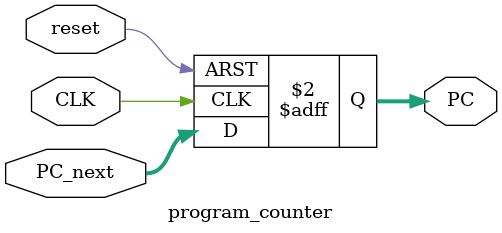
<source format=v>
module program_counter(
    input CLK,reset,
    input [31:0] PC_next,
    output reg [31:0] PC 
);

always@(posedge CLK , posedge reset  ) 
begin
    if(reset) PC <= 32'h0;
    else      PC <= PC_next;
end
endmodule
</source>
